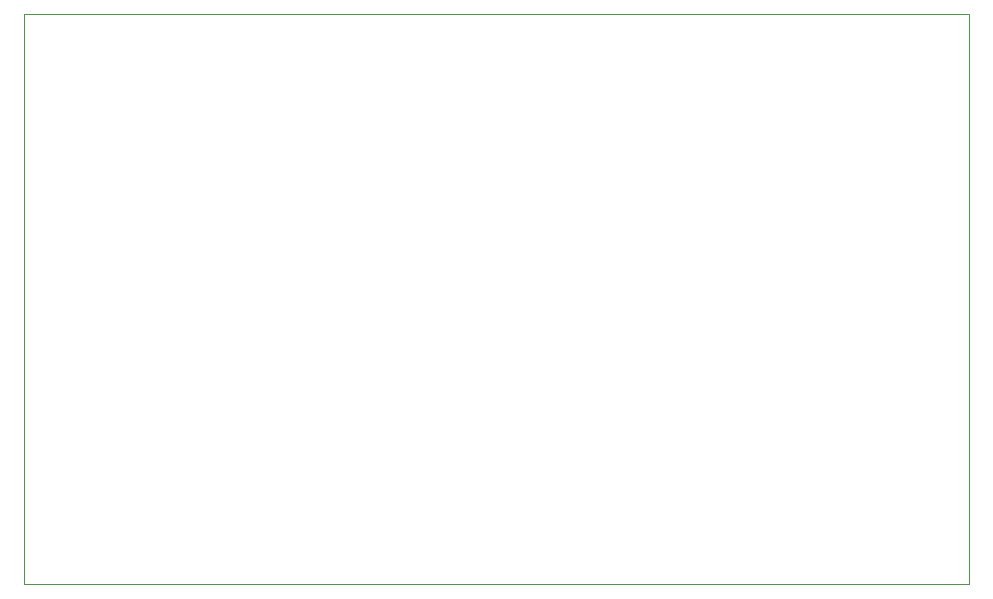
<source format=gbr>
G04 #@! TF.GenerationSoftware,KiCad,Pcbnew,(5.1.2)-1*
G04 #@! TF.CreationDate,2019-06-07T11:57:06-04:00*
G04 #@! TF.ProjectId,2spot,3273706f-742e-46b6-9963-61645f706362,rev?*
G04 #@! TF.SameCoordinates,Original*
G04 #@! TF.FileFunction,Profile,NP*
%FSLAX46Y46*%
G04 Gerber Fmt 4.6, Leading zero omitted, Abs format (unit mm)*
G04 Created by KiCad (PCBNEW (5.1.2)-1) date 2019-06-07 11:57:06*
%MOMM*%
%LPD*%
G04 APERTURE LIST*
%ADD10C,0.050000*%
G04 APERTURE END LIST*
D10*
X116840000Y-97790000D02*
X116840000Y-146050000D01*
X36830000Y-97790000D02*
X116840000Y-97790000D01*
X36830000Y-146050000D02*
X36830000Y-97790000D01*
X116840000Y-146050000D02*
X36830000Y-146050000D01*
M02*

</source>
